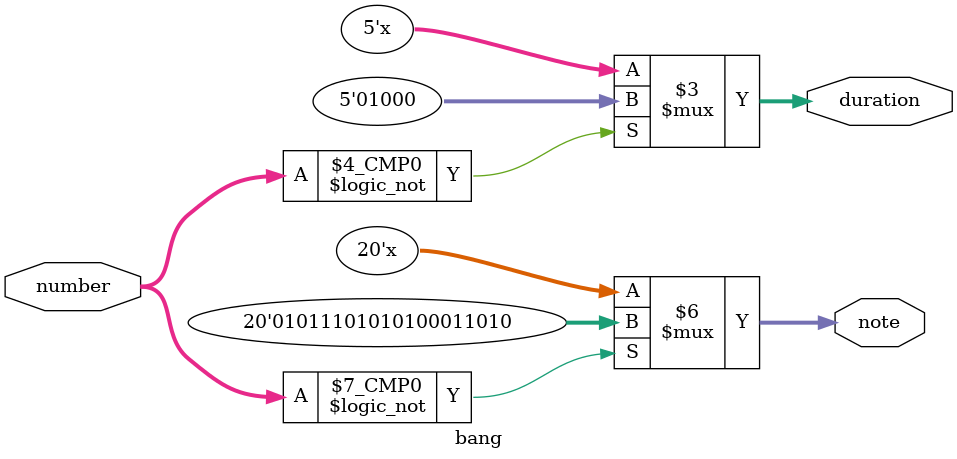
<source format=v>
`timescale 1ns / 1ps
module VGA_top(
    input wire clk, reset, reset_clk,
    input wire [2:0] btn,
    output wire hsync, vsync,
    output wire [11:0] rgb,
    output audioOut,
    output aud_sd
    );

   // signal declaration
   wire [9:0] pixel_x, pixel_y;
   wire video_on, pixel_tick;
   reg [11:0] rgb_reg;
   wire [11:0] rgb_next;
   // body
   // instantiate vga sync circuit
   wire clk_50m;
   wire clk1;
   wire playSound;
   clk_50m_generator myclk(clk, reset_clk, clk_50m);

   clk1_gen clock1 (clk, reset, clk1);

   //audio things
   SongPlayer song (clk, playSound, audioOut, aud_sd);
   
   vga_sync vsync_unit //determine where pixel x and y are at
      (.clk(clk_50m), .reset(reset), .hsync(hsync), .vsync(vsync),
       .video_on(video_on), .p_tick(pixel_tick),
       .pixel_x(pixel_x), .pixel_y(pixel_y));
   // instantiate graphic generator
   pong_graph_animate pong_graph_an_unit //determines where you put the color
      (.clk(clk), .reset(reset), .btn(btn), .video_on(video_on), .pix_x(pixel_x), .pix_y(pixel_y),
       .graph_rgb(rgb_next), .clk1(clk1), .playSound(playSound));
   // rgb buffer
   always @(posedge clk_50m)
      if (pixel_tick)
        begin
         rgb_reg <= rgb_next;
        end
   // output
  assign rgb = rgb_reg;
endmodule
 
module clk_50m_generator(clk, reset_clk, clk_50m);
    input wire clk, reset_clk;
    output wire clk_50m;
    reg [1:0] counter; 
    reg clk_reg;
    wire clk_next;
    
    always @(posedge clk, posedge reset_clk)
          if (reset_clk)
             begin
                clk_reg <= 1'b0;
             end
          else
             begin
                clk_reg <= clk_next;
             end
    
       assign clk_next = ~clk_reg;
       assign clk_50m = clk_reg;
endmodule

module clk1_gen(clk, reset, clk1);
   input wire clk;
   input wire reset;
   output reg clk1;

   reg [26:0] counter1;

   always @(posedge clk) begin
      if (reset) begin
         counter1 <= 0;
         clk1 <= 0;
      end else begin
         if (counter1 == 49999999) begin
            clk1 <= ~clk1;
            counter1 <= 0;
         end else begin
            counter1 <= counter1 + 1;
         end
      end
   end
endmodule

module pong_graph_animate
(
    input clk, reset, clk1,
    input wire video_on,
    input wire [2:0] btn,
    input wire [9:0] pix_x, pix_y,
    output reg [11:0] graph_rgb,
    output reg playSound
);

// X,Y coordinates (0,0) to (639, 479)
localparam MAX_X = 640;
localparam MAX_Y = 480;
wire refr_tick;


//----------------------------------------------------------------
// End Line for Enemy Spaceships
//----------------------------------------------------------------
localparam WALL_Y_T = 428;
localparam WALL_Y_B = 430;


//----------------------------------------------------------------
// Main Space Ship
//----------------------------------------------------------------

localparam space_y_t = 440;
localparam space_y_b = 470;

wire [9:0] space_x_l, space_x_r;
localparam space_x_size = 30;

reg [9:0] space_x_reg, space_x_next;

localparam space_v = 2;



//----------------------------------------------------------------
// Bullet
//----------------------------------------------------------------
localparam BALL_SIZE = 6;

// ball top, bottom boundary
wire [9:0] ball_y_t, ball_y_b;

//ball left, right boundary
wire [9:0] ball_x_l, ball_x_r;

//reg to track left, top position
reg[9:0] ball_y_reg, ball_x_reg;
reg[9:0] ball_y_next, ball_x_next;

//reg to track ball speed
reg [9:0] y_delta_reg, y_delta_next;

reg [1:0] ball_active;



//----------------------------------------------------------------
// Enemy Targets 1
//----------------------------------------------------------------
wire [9:0] e1_t, e2_t, e3_t, e4_t, e5_t, e6_t, e7_t, e8_t, e9_t, e10_t, e11_t, e12_t, e13_t ,e14_t, e15_t,
           e1_b, e2_b, e3_b, e4_b, e5_b, e6_b, e7_b, e8_b, e9_b, e10_b, e11_b, e12_b, e13_b ,e14_b, e15_b;

localparam e1_l = 101;
localparam e2_l = 207;
localparam e3_l = 313;
localparam e4_l = 419;
localparam e5_l = 525;
localparam e6_l = 101;
localparam e7_l = 207;
localparam e8_l = 313;
localparam e9_l = 419;
localparam e10_l = 525;
localparam e11_l = 101;
localparam e12_l = 207;
localparam e13_l = 313;
localparam e14_l = 419;
localparam e15_l = 525;

localparam e1_r = 111;
localparam e2_r = 217;
localparam e3_r = 323;
localparam e4_r = 429;
localparam e5_r = 535;
localparam e6_r = 111;
localparam e7_r = 217;
localparam e8_r = 323;
localparam e9_r = 429;
localparam e10_r = 535;
localparam e11_r = 111;
localparam e12_r = 217;
localparam e13_r = 323;
localparam e14_r = 429;
localparam e15_r = 535;

localparam e_size = 10;

//boundaries for each row as X position is stationary
reg [9:0] e1_y_reg, e1_y_next, 
          e2_y_reg, e2_y_next, 
          e3_y_reg, e3_y_next,
          e4_y_reg, e4_y_next, 
          e5_y_reg, e5_y_next, 
          e6_y_reg, e6_y_next,
          e7_y_reg, e7_y_next, 
          e8_y_reg, e8_y_next, 
          e9_y_reg, e9_y_next,
          e10_y_reg, e10_y_next, 
          e11_y_reg, e11_y_next, 
          e12_y_reg, e12_y_next,
          e13_y_reg, e13_y_next, 
          e14_y_reg, e14_y_next, 
          e15_y_reg, e15_y_next;

localparam e_v = 2;

reg [1:0] e1_destroy,
          e2_destroy,
          e3_destroy,
          e4_destroy,
          e5_destroy,
          e6_destroy,
          e7_destroy,
          e8_destroy,
          e9_destroy,
          e10_destroy,
          e11_destroy,
          e12_destroy,
          e13_destroy,
          e14_destroy,
          e15_destroy;



//----------------------------------------------------------------
// object output signals
//----------------------------------------------------------------
wire wall_on, space_on, sq_ball_on;
wire e1_on, e2_on, e3_on, e4_on, e5_on, e6_on, e7_on, e8_on, e9_on, e10_on, e11_on, e12_on, e13_on ,e14_on, e15_on;
wire [11:0] wall_rgb, space_rgb, ball_rgb, e1_rgb, e2_rgb, e3_rgb;


//----------------------------------------------------------------
// Body
//----------------------------------------------------------------
//register
always @(posedge clk, posedge reset)
        if (reset) begin
            space_x_reg <= 0;
            ball_x_reg <= 10'b1100;
            ball_y_reg <= 10'b0110110010;
            y_delta_reg <= 10'h005;
            ball_active <= 0;
        end
        else
            begin
                space_x_reg <= space_x_next;
                ball_x_reg <= ball_x_next;
                ball_y_reg <= ball_y_next;
                y_delta_reg <= 10'h005;
            end

//register for enemy on different time
always @(posedge clk1, posedge reset)
         if (reset) begin
            e1_y_reg <= 10'b10101010;
            e2_y_reg <= 10'b10101010;
            e3_y_reg <= 10'b10101010;
            e4_y_reg <= 10'b10101010;
            e5_y_reg <= 10'b10101010;
            e6_y_reg <= 10'b1101110;
            e7_y_reg <= 10'b1101110;
            e8_y_reg <= 10'b1101110;
            e9_y_reg <= 10'b1101110;
            e10_y_reg <= 10'b1101110;
            e11_y_reg <= 10'b110010;
            e12_y_reg <= 10'b110010;
            e13_y_reg <= 10'b110010;
            e14_y_reg <= 10'b110010;
            e15_y_reg <= 10'b110010;
            e1_destroy = 0;
            e2_destroy = 0;
            e3_destroy = 0;
            e4_destroy = 0;
            e5_destroy = 0;
            e6_destroy = 0;
            e7_destroy = 0;
            e8_destroy = 0;
            e9_destroy = 0;
            e10_destroy = 0;
            e11_destroy = 0;
            e12_destroy = 0;
            e13_destroy = 0;
            e14_destroy = 0;
            e15_destroy = 0;
         end
         else if (e1_destroy != 1 &&
                  e2_destroy != 1 &&
                  e3_destroy != 1 &&
                  e4_destroy != 1 &&
                  e5_destroy != 1 &&
                  e6_destroy != 1 &&
                  e7_destroy != 1 &&
                  e8_destroy != 1 &&
                  e9_destroy != 1 &&
                  e10_destroy != 1 &&
                  e11_destroy != 1 &&
                  e12_destroy != 1 &&
                  e13_destroy != 1 &&
                  e14_destroy != 1 &&
                  e15_destroy != 1 )
            begin
                e1_y_reg <= e1_y_next + 10'b1;
                e2_y_reg <= e2_y_next + 10'b1;
                e3_y_reg <= e3_y_next + 10'b1;
                e4_y_reg <= e4_y_next + 10'b1;
                e5_y_reg <= e5_y_next + 10'b1;
                e6_y_reg <= e6_y_next + 10'b1;
                e7_y_reg <= e7_y_next + 10'b1;
                e8_y_reg <= e8_y_next + 10'b1;
                e9_y_reg <= e9_y_next + 10'b1;
                e10_y_reg <= e10_y_next + 10'b1;
                e11_y_reg <= e11_y_next + 10'b1;
                e12_y_reg <= e12_y_next + 10'b1;
                e13_y_reg <= e13_y_next + 10'b1;
                e14_y_reg <= e14_y_next + 10'b1;
                e15_y_reg <= e15_y_next + 10'b1;
            end
            else if (e1_destroy <= 1  &&                 
                  e2_destroy != 1 &&
                  e3_destroy != 1 &&
                  e4_destroy != 1 &&
                  e5_destroy != 1 &&
                  e6_destroy != 1 &&
                  e7_destroy != 1 &&
                  e8_destroy != 1 &&
                  e9_destroy != 1 &&
                  e10_destroy != 1 &&
                  e11_destroy != 1 &&
                  e12_destroy != 1 &&
                  e13_destroy != 1 &&
                  e14_destroy != 1 &&
                  e15_destroy != 1 )begin
                e1_y_reg <= e1_y_next + 10'b11111;
                e2_y_reg <= e2_y_next + 10'b1;
                e3_y_reg <= e3_y_next + 10'b1;
                e4_y_reg <= e4_y_next + 10'b1;
                e5_y_reg <= e5_y_next + 10'b1;
                e6_y_reg <= e6_y_next + 10'b1;
                e7_y_reg <= e7_y_next + 10'b1;
                e8_y_reg <= e8_y_next + 10'b1;
                e9_y_reg <= e9_y_next + 10'b1;
                e10_y_reg <= e10_y_next + 10'b1;
                e11_y_reg <= e11_y_next + 10'b1;
                e12_y_reg <= e12_y_next + 10'b1;
                e13_y_reg <= e13_y_next + 10'b1;
                e14_y_reg <= e14_y_next + 10'b1;
                e15_y_reg <= e15_y_next + 10'b1;
                end
             else if (e2_destroy <= 1 &&                 
                  e1_destroy != 1 &&
                  e3_destroy != 1 &&
                  e4_destroy != 1 &&
                  e5_destroy != 1 &&
                  e6_destroy != 1 &&
                  e7_destroy != 1 &&
                  e8_destroy != 1 &&
                  e9_destroy != 1 &&
                  e10_destroy != 1 &&
                  e11_destroy != 1 &&
                  e12_destroy != 1 &&
                  e13_destroy != 1 &&
                  e14_destroy != 1 &&
                  e15_destroy != 1 )begin
                e1_y_reg <= e1_y_next + 10'b1;
                e2_y_reg <= e2_y_next + 10'b11111;
                e3_y_reg <= e3_y_next + 10'b1;
                e4_y_reg <= e4_y_next + 10'b1;
                e5_y_reg <= e5_y_next + 10'b1;
                e6_y_reg <= e6_y_next + 10'b1;
                e7_y_reg <= e7_y_next + 10'b1;
                e8_y_reg <= e8_y_next + 10'b1;
                e9_y_reg <= e9_y_next + 10'b1;
                e10_y_reg <= e10_y_next + 10'b1;
                e11_y_reg <= e11_y_next + 10'b1;
                e12_y_reg <= e12_y_next + 10'b1;
                e13_y_reg <= e13_y_next + 10'b1;
                e14_y_reg <= e14_y_next + 10'b1;
                e15_y_reg <= e15_y_next + 10'b1;
                end
              else if (e3_destroy <= 1&&                 
                  e2_destroy != 1 &&
                  e1_destroy != 1 &&
                  e4_destroy != 1 &&
                  e5_destroy != 1 &&
                  e6_destroy != 1 &&
                  e7_destroy != 1 &&
                  e8_destroy != 1 &&
                  e9_destroy != 1 &&
                  e10_destroy != 1 &&
                  e11_destroy != 1 &&
                  e12_destroy != 1 &&
                  e13_destroy != 1 &&
                  e14_destroy != 1 &&
                  e15_destroy != 1 )begin
                e1_y_reg <= e1_y_next + 10'b1;
                e2_y_reg <= e2_y_next + 10'b1;
                e3_y_reg <= e3_y_next + 10'b11111;
                e4_y_reg <= e4_y_next + 10'b1;
                e5_y_reg <= e5_y_next + 10'b1;
                e6_y_reg <= e6_y_next + 10'b1;
                e7_y_reg <= e7_y_next + 10'b1;
                e8_y_reg <= e8_y_next + 10'b1;
                e9_y_reg <= e9_y_next + 10'b1;
                e10_y_reg <= e10_y_next + 10'b1;
                e11_y_reg <= e11_y_next + 10'b1;
                e12_y_reg <= e12_y_next + 10'b1;
                e13_y_reg <= e13_y_next + 10'b1;
                e14_y_reg <= e14_y_next + 10'b1;
                e15_y_reg <= e15_y_next + 10'b1;
                end
              else if (e4_destroy <= 1&&                 
                  e2_destroy != 1 &&
                  e3_destroy != 1 &&
                  e1_destroy != 1 &&
                  e5_destroy != 1 &&
                  e6_destroy != 1 &&
                  e7_destroy != 1 &&
                  e8_destroy != 1 &&
                  e9_destroy != 1 &&
                  e10_destroy != 1 &&
                  e11_destroy != 1 &&
                  e12_destroy != 1 &&
                  e13_destroy != 1 &&
                  e14_destroy != 1 &&
                  e15_destroy != 1 )begin
                e1_y_reg <= e1_y_next + 10'b1;
                e2_y_reg <= e2_y_next + 10'b1;
                e3_y_reg <= e3_y_next + 10'b1;
                e4_y_reg <= e4_y_next + 10'b11111;
                e5_y_reg <= e5_y_next + 10'b1;
                e6_y_reg <= e6_y_next + 10'b1;
                e7_y_reg <= e7_y_next + 10'b1;
                e8_y_reg <= e8_y_next + 10'b1;
                e9_y_reg <= e9_y_next + 10'b1;
                e10_y_reg <= e10_y_next + 10'b1;
                e11_y_reg <= e11_y_next + 10'b1;
                e12_y_reg <= e12_y_next + 10'b1;
                e13_y_reg <= e13_y_next + 10'b1;
                e14_y_reg <= e14_y_next + 10'b1;
                e15_y_reg <= e15_y_next + 10'b1;
                end
             else if (e5_destroy <= 1&&                 
                  e2_destroy != 1 &&
                  e3_destroy != 1 &&
                  e4_destroy != 1 &&
                  e1_destroy != 1 &&
                  e6_destroy != 1 &&
                  e7_destroy != 1 &&
                  e8_destroy != 1 &&
                  e9_destroy != 1 &&
                  e10_destroy != 1 &&
                  e11_destroy != 1 &&
                  e12_destroy != 1 &&
                  e13_destroy != 1 &&
                  e14_destroy != 1 &&
                  e15_destroy != 1 )begin
                e1_y_reg <= e1_y_next + 10'b1;
                e2_y_reg <= e2_y_next + 10'b1;
                e3_y_reg <= e3_y_next + 10'b1;
                e4_y_reg <= e4_y_next + 10'b1;
                e5_y_reg <= e5_y_next + 10'b11111;
                e6_y_reg <= e6_y_next + 10'b1;
                e7_y_reg <= e7_y_next + 10'b1;
                e8_y_reg <= e8_y_next + 10'b1;
                e9_y_reg <= e9_y_next + 10'b1;
                e10_y_reg <= e10_y_next + 10'b1;
                e11_y_reg <= e11_y_next + 10'b1;
                e12_y_reg <= e12_y_next + 10'b1;
                e13_y_reg <= e13_y_next + 10'b1;
                e14_y_reg <= e14_y_next + 10'b1;
                e15_y_reg <= e15_y_next + 10'b1;
                end
              else if (e6_destroy <= 1&&                 
                  e2_destroy != 1 &&
                  e3_destroy != 1 &&
                  e4_destroy != 1 &&
                  e5_destroy != 1 &&
                  e1_destroy != 1 &&
                  e7_destroy != 1 &&
                  e8_destroy != 1 &&
                  e9_destroy != 1 &&
                  e10_destroy != 1 &&
                  e11_destroy != 1 &&
                  e12_destroy != 1 &&
                  e13_destroy != 1 &&
                  e14_destroy != 1 &&
                  e15_destroy != 1 )begin
                e1_y_reg <= e1_y_next + 10'b1;
                e2_y_reg <= e2_y_next + 10'b1;
                e3_y_reg <= e3_y_next + 10'b1;
                e4_y_reg <= e4_y_next + 10'b1;
                e5_y_reg <= e5_y_next + 10'b1;
                e6_y_reg <= e6_y_next + 10'b11111;
                e7_y_reg <= e7_y_next + 10'b1;
                e8_y_reg <= e8_y_next + 10'b1;
                e9_y_reg <= e9_y_next + 10'b1;
                e10_y_reg <= e10_y_next + 10'b1;
                e11_y_reg <= e11_y_next + 10'b1;
                e12_y_reg <= e12_y_next + 10'b1;
                e13_y_reg <= e13_y_next + 10'b1;
                e14_y_reg <= e14_y_next + 10'b1;
                e15_y_reg <= e15_y_next + 10'b1;
                end
              else if (e7_destroy <= 1&&                 
                  e2_destroy != 1 &&
                  e3_destroy != 1 &&
                  e4_destroy != 1 &&
                  e5_destroy != 1 &&
                  e6_destroy != 1 &&
                  e1_destroy != 1 &&
                  e8_destroy != 1 &&
                  e9_destroy != 1 &&
                  e10_destroy != 1 &&
                  e11_destroy != 1 &&
                  e12_destroy != 1 &&
                  e13_destroy != 1 &&
                  e14_destroy != 1 &&
                  e15_destroy != 1 )begin
                e1_y_reg <= e1_y_next + 10'b1;
                e2_y_reg <= e2_y_next + 10'b1;
                e3_y_reg <= e3_y_next + 10'b1;
                e4_y_reg <= e4_y_next + 10'b1;
                e5_y_reg <= e5_y_next + 10'b1;
                e6_y_reg <= e6_y_next + 10'b1;
                e7_y_reg <= e7_y_next + 10'b11111;
                e8_y_reg <= e8_y_next + 10'b1;
                e9_y_reg <= e9_y_next + 10'b1;
                e10_y_reg <= e10_y_next + 10'b1;
                e11_y_reg <= e11_y_next + 10'b1;
                e12_y_reg <= e12_y_next + 10'b1;
                e13_y_reg <= e13_y_next + 10'b1;
                e14_y_reg <= e14_y_next + 10'b1;
                e15_y_reg <= e15_y_next + 10'b1;
                end
              else if (e8_destroy <= 1&&                 
                  e2_destroy != 1 &&
                  e3_destroy != 1 &&
                  e4_destroy != 1 &&
                  e5_destroy != 1 &&
                  e6_destroy != 1 &&
                  e7_destroy != 1 &&
                  e1_destroy != 1 &&
                  e9_destroy != 1 &&
                  e10_destroy != 1 &&
                  e11_destroy != 1 &&
                  e12_destroy != 1 &&
                  e13_destroy != 1 &&
                  e14_destroy != 1 &&
                  e15_destroy != 1 )begin
                e1_y_reg <= e1_y_next + 10'b1;
                e2_y_reg <= e2_y_next + 10'b1;
                e3_y_reg <= e3_y_next + 10'b1;
                e4_y_reg <= e4_y_next + 10'b1;
                e5_y_reg <= e5_y_next + 10'b1;
                e6_y_reg <= e6_y_next + 10'b1;
                e7_y_reg <= e7_y_next + 10'b1;
                e8_y_reg <= e8_y_next + 10'b11111;
                e9_y_reg <= e9_y_next + 10'b1;
                e10_y_reg <= e10_y_next + 10'b1;
                e11_y_reg <= e11_y_next + 10'b1;
                e12_y_reg <= e12_y_next + 10'b1;
                e13_y_reg <= e13_y_next + 10'b1;
                e14_y_reg <= e14_y_next + 10'b1;
                e15_y_reg <= e15_y_next + 10'b1;
                end
             else if (e9_destroy <= 1&&                 
                  e2_destroy != 1 &&
                  e3_destroy != 1 &&
                  e4_destroy != 1 &&
                  e5_destroy != 1 &&
                  e6_destroy != 1 &&
                  e7_destroy != 1 &&
                  e8_destroy != 1 &&
                  e1_destroy != 1 &&
                  e10_destroy != 1 &&
                  e11_destroy != 1 &&
                  e12_destroy != 1 &&
                  e13_destroy != 1 &&
                  e14_destroy != 1 &&
                  e15_destroy != 1 )begin
                e1_y_reg <= e1_y_next + 10'b1;
                e2_y_reg <= e2_y_next + 10'b1;
                e3_y_reg <= e3_y_next + 10'b1;
                e4_y_reg <= e4_y_next + 10'b1;
                e5_y_reg <= e5_y_next + 10'b1;
                e6_y_reg <= e6_y_next + 10'b1;
                e7_y_reg <= e7_y_next + 10'b1;
                e8_y_reg <= e8_y_next + 10'b1;
                e9_y_reg <= e9_y_next + 10'b11111;
                e10_y_reg <= e10_y_next + 10'b1;
                e11_y_reg <= e11_y_next + 10'b1;
                e12_y_reg <= e12_y_next + 10'b1;
                e13_y_reg <= e13_y_next + 10'b1;
                e14_y_reg <= e14_y_next + 10'b1;
                e15_y_reg <= e15_y_next + 10'b1;
                end
              else if (e10_destroy <= 1&&                 
                  e2_destroy != 1 &&
                  e3_destroy != 1 &&
                  e4_destroy != 1 &&
                  e5_destroy != 1 &&
                  e6_destroy != 1 &&
                  e7_destroy != 1 &&
                  e8_destroy != 1 &&
                  e9_destroy != 1 &&
                  e1_destroy != 1 &&
                  e11_destroy != 1 &&
                  e12_destroy != 1 &&
                  e13_destroy != 1 &&
                  e14_destroy != 1 &&
                  e15_destroy != 1 )begin
                e1_y_reg <= e1_y_next + 10'b1;
                e2_y_reg <= e2_y_next + 10'b1;
                e3_y_reg <= e3_y_next + 10'b1;
                e4_y_reg <= e4_y_next + 10'b1;
                e5_y_reg <= e5_y_next + 10'b1;
                e6_y_reg <= e6_y_next + 10'b1;
                e7_y_reg <= e7_y_next + 10'b1;
                e8_y_reg <= e8_y_next + 10'b1;
                e9_y_reg <= e9_y_next + 10'b1;
                e10_y_reg <= e10_y_next + 10'b11111;
                e11_y_reg <= e11_y_next + 10'b1;
                e12_y_reg <= e12_y_next + 10'b1;
                e13_y_reg <= e13_y_next + 10'b1;
                e14_y_reg <= e14_y_next + 10'b1;
                e15_y_reg <= e15_y_next + 10'b1;
                end
              else if (e11_destroy <= 1&&                 
                  e2_destroy != 1 &&
                  e3_destroy != 1 &&
                  e4_destroy != 1 &&
                  e5_destroy != 1 &&
                  e6_destroy != 1 &&
                  e7_destroy != 1 &&
                  e8_destroy != 1 &&
                  e9_destroy != 1 &&
                  e10_destroy != 1 &&
                  e1_destroy != 1 &&
                  e12_destroy != 1 &&
                  e13_destroy != 1 &&
                  e14_destroy != 1 &&
                  e15_destroy != 1 )begin
                e1_y_reg <= e1_y_next + 10'b1;
                e2_y_reg <= e2_y_next + 10'b1;
                e3_y_reg <= e3_y_next + 10'b1;
                e4_y_reg <= e4_y_next + 10'b1;
                e5_y_reg <= e5_y_next + 10'b1;
                e6_y_reg <= e6_y_next + 10'b1;
                e7_y_reg <= e7_y_next + 10'b1;
                e8_y_reg <= e8_y_next + 10'b1;
                e9_y_reg <= e9_y_next + 10'b1;
                e10_y_reg <= e10_y_next + 10'b1;
                e11_y_reg <= e11_y_next + 10'b11111;
                e12_y_reg <= e12_y_next + 10'b1;
                e13_y_reg <= e13_y_next + 10'b1;
                e14_y_reg <= e14_y_next + 10'b1;
                e15_y_reg <= e15_y_next + 10'b1;
                end
              else if (e12_destroy <= 1&&                 
                  e2_destroy != 1 &&
                  e3_destroy != 1 &&
                  e4_destroy != 1 &&
                  e5_destroy != 1 &&
                  e6_destroy != 1 &&
                  e7_destroy != 1 &&
                  e8_destroy != 1 &&
                  e9_destroy != 1 &&
                  e10_destroy != 1 &&
                  e11_destroy != 1 &&
                  e1_destroy != 1 &&
                  e13_destroy != 1 &&
                  e14_destroy != 1 &&
                  e15_destroy != 1 )begin
                e1_y_reg <= e1_y_next + 10'b1;
                e2_y_reg <= e2_y_next + 10'b1;
                e3_y_reg <= e3_y_next + 10'b1;
                e4_y_reg <= e4_y_next + 10'b1;
                e5_y_reg <= e5_y_next + 10'b1;
                e6_y_reg <= e6_y_next + 10'b1;
                e7_y_reg <= e7_y_next + 10'b1;
                e8_y_reg <= e8_y_next + 10'b1;
                e9_y_reg <= e9_y_next + 10'b1;
                e10_y_reg <= e10_y_next + 10'b1;
                e11_y_reg <= e11_y_next + 10'b1;
                e12_y_reg <= e12_y_next + 10'b11111;
                e13_y_reg <= e13_y_next + 10'b1;
                e14_y_reg <= e14_y_next + 10'b1;
                e15_y_reg <= e15_y_next + 10'b1;
                end
              else if (e13_destroy <= 1&&                 
                  e2_destroy != 1 &&
                  e3_destroy != 1 &&
                  e4_destroy != 1 &&
                  e5_destroy != 1 &&
                  e6_destroy != 1 &&
                  e7_destroy != 1 &&
                  e8_destroy != 1 &&
                  e9_destroy != 1 &&
                  e10_destroy != 1 &&
                  e11_destroy != 1 &&
                  e12_destroy != 1 &&
                  e1_destroy != 1 &&
                  e14_destroy != 1 &&
                  e15_destroy != 1 )begin
                e1_y_reg <= e1_y_next + 10'b1;
                e2_y_reg <= e2_y_next + 10'b1;
                e3_y_reg <= e3_y_next + 10'b1;
                e4_y_reg <= e4_y_next + 10'b1;
                e5_y_reg <= e5_y_next + 10'b1;
                e6_y_reg <= e6_y_next + 10'b1;
                e7_y_reg <= e7_y_next + 10'b1;
                e8_y_reg <= e8_y_next + 10'b1;
                e9_y_reg <= e9_y_next + 10'b1;
                e10_y_reg <= e10_y_next + 10'b1;
                e11_y_reg <= e11_y_next + 10'b1;
                e12_y_reg <= e12_y_next + 10'b1;
                e13_y_reg <= e13_y_next + 10'b11111;
                e14_y_reg <= e14_y_next + 10'b1;
                e15_y_reg <= e15_y_next + 10'b1;
                end
             else if (e14_destroy <= 1&&                 
                  e2_destroy != 1 &&
                  e3_destroy != 1 &&
                  e4_destroy != 1 &&
                  e5_destroy != 1 &&
                  e6_destroy != 1 &&
                  e7_destroy != 1 &&
                  e8_destroy != 1 &&
                  e9_destroy != 1 &&
                  e10_destroy != 1 &&
                  e11_destroy != 1 &&
                  e12_destroy != 1 &&
                  e13_destroy != 1 &&
                  e1_destroy != 1 &&
                  e15_destroy != 1 )begin
                e1_y_reg <= e1_y_next + 10'b1;
                e2_y_reg <= e2_y_next + 10'b1;
                e3_y_reg <= e3_y_next + 10'b1;
                e4_y_reg <= e4_y_next + 10'b1;
                e5_y_reg <= e5_y_next + 10'b1;
                e6_y_reg <= e6_y_next + 10'b1;
                e7_y_reg <= e7_y_next + 10'b1;
                e8_y_reg <= e8_y_next + 10'b1;
                e9_y_reg <= e9_y_next + 10'b1;
                e10_y_reg <= e10_y_next + 10'b1;
                e11_y_reg <= e11_y_next + 10'b1;
                e12_y_reg <= e12_y_next + 10'b1;
                e13_y_reg <= e13_y_next + 10'b1;
                e14_y_reg <= e14_y_next + 10'b11111;
                e15_y_reg <= e15_y_next + 10'b1;
                end
              else if (e15_destroy <= 1&&                 
                  e2_destroy != 1 &&
                  e3_destroy != 1 &&
                  e4_destroy != 1 &&
                  e5_destroy != 1 &&
                  e6_destroy != 1 &&
                  e7_destroy != 1 &&
                  e8_destroy != 1 &&
                  e9_destroy != 1 &&
                  e10_destroy != 1 &&
                  e11_destroy != 1 &&
                  e12_destroy != 1 &&
                  e13_destroy != 1 &&
                  e14_destroy != 1 &&
                  e1_destroy != 1 )begin
                e1_y_reg <= e1_y_next + 10'b1;
                e2_y_reg <= e2_y_next + 10'b1;
                e3_y_reg <= e3_y_next + 10'b1;
                e4_y_reg <= e4_y_next + 10'b1;
                e5_y_reg <= e5_y_next + 10'b1;
                e6_y_reg <= e6_y_next + 10'b1;
                e7_y_reg <= e7_y_next + 10'b1;
                e8_y_reg <= e8_y_next + 10'b1;
                e9_y_reg <= e9_y_next + 10'b1;
                e10_y_reg <= e10_y_next + 10'b1;
                e11_y_reg <= e11_y_next + 10'b1;
                e12_y_reg <= e12_y_next + 10'b1;
                e13_y_reg <= e13_y_next + 10'b1;
                e14_y_reg <= e14_y_next + 10'b1;
                e15_y_reg <= e15_y_next + 10'b11111;
                end

//refr_tick: 1-clock tick asserted at the start of v-sync
//          i.e. when the screen is refreshed (60hz)
    assign refr_tick = (pix_x==481) && (pix_y==0);



//----------------------------------------------------------------
// Wall Finish line for enemy
//----------------------------------------------------------------
// pixel within wall
assign wall_on = (WALL_Y_T <= pix_y) && (pix_y <= WALL_Y_B);

//wall rgb output
assign wall_rgb = 12'b111100000000; // RED





//----------------------------------------------------------------
// space ship
//----------------------------------------------------------------
assign space_x_l = space_x_reg;
assign space_x_r = space_x_l + space_x_size - 1;
// pixel within space ship
assign space_on = (space_y_t <= pix_y) && (pix_y <= space_y_b) &&
                  (space_x_l <= pix_x) && (pix_x <= space_x_r);
// space rgb output
assign space_rgb = 12'b000011110000; //Green
// new spaceship x-position
always @*
begin
    space_x_next = space_x_reg;
    if (refr_tick)
        if(btn[1] & (space_x_r < (MAX_X -1 -space_v)))
            space_x_next = space_x_reg + space_v;   //move to right
        else if (btn[0] & (space_x_l > space_v))
            space_x_next = space_x_reg - space_v;   //move to left
end


//----------------------------------------------------------------
// Enemy 
//----------------------------------------------------------------
assign e1_t = e1_y_reg; assign e2_t = e2_y_reg; assign e3_t = e3_y_reg; assign e4_t = e4_y_reg; assign e5_t = e5_y_reg;
assign e6_t = e6_y_reg; assign e7_t = e7_y_reg; assign e8_t = e8_y_reg; assign e9_t = e9_y_reg; assign e10_t = e10_y_reg;
assign e11_t = e11_y_reg; assign e12_t = e12_y_reg; assign e13_t = e13_y_reg; assign e14_t = e14_y_reg; assign e15_t = e15_y_reg; 
assign e1_b = e1_t + e_size - 1; assign e2_b = e2_t + e_size - 1; assign e3_b = e3_t + e_size - 1; assign e4_b = e4_t + e_size - 1; assign e5_b = e5_t + e_size - 1;
assign e6_b = e6_t + e_size - 1; assign e7_b = e7_t + e_size - 1; assign e8_b = e8_t + e_size - 1; assign e9_b = e9_t + e_size - 1; assign e10_b = e10_t + e_size - 1;
assign e11_b = e11_t + e_size - 1; assign e12_b = e12_t + e_size - 1; assign e13_b = e13_t + e_size - 1; assign e14_b = e14_t + e_size - 1; assign e15_b = e15_t + e_size - 1;
// pixel within enemy
assign e1_on = (e1_t <= pix_y) && (pix_y <= e1_b) && (e1_l <= pix_x) && (pix_x <= e1_r);
assign e2_on = (e2_t <= pix_y) && (pix_y <= e2_b) && (e2_l <= pix_x) && (pix_x <= e2_r);
assign e3_on = (e3_t <= pix_y) && (pix_y <= e3_b) && (e3_l <= pix_x) && (pix_x <= e3_r);
assign e4_on = (e4_t <= pix_y) && (pix_y <= e4_b) && (e4_l <= pix_x) && (pix_x <= e4_r);
assign e5_on = (e5_t <= pix_y) && (pix_y <= e5_b) && (e5_l <= pix_x) && (pix_x <= e5_r);
assign e6_on = (e6_t <= pix_y) && (pix_y <= e6_b) && (e6_l <= pix_x) && (pix_x <= e6_r);
assign e7_on = (e7_t <= pix_y) && (pix_y <= e7_b) && (e7_l <= pix_x) && (pix_x <= e7_r);
assign e8_on = (e8_t <= pix_y) && (pix_y <= e8_b) && (e8_l <= pix_x) && (pix_x <= e8_r);
assign e9_on = (e9_t <= pix_y) && (pix_y <= e9_b) && (e9_l <= pix_x) && (pix_x <= e9_r);
assign e10_on = (e10_t <= pix_y) && (pix_y <= e10_b) && (e10_l <= pix_x) && (pix_x <= e10_r);
assign e11_on = (e11_t <= pix_y) && (pix_y <= e11_b) && (e11_l <= pix_x) && (pix_x <= e11_r);
assign e12_on = (e12_t <= pix_y) && (pix_y <= e12_b) && (e12_l <= pix_x) && (pix_x <= e12_r);
assign e13_on = (e13_t <= pix_y) && (pix_y <= e13_b) && (e13_l <= pix_x) && (pix_x <= e13_r);
assign e14_on = (e14_t <= pix_y) && (pix_y <= e14_b) && (e14_l <= pix_x) && (pix_x <= e14_r);
assign e15_on = (e15_t <= pix_y) && (pix_y <= e15_b) && (e15_l <= pix_x) && (pix_x <= e15_r);

assign e1_rgb = 12'b000000001111; // blue
assign e2_rgb = 12'b000011111111; // light blue
assign e3_rgb = 12'b100110011111; // light purple

// new enemy y-position
always @*
begin
    e1_y_next = e1_y_reg;
    e2_y_next = e2_y_reg;
    e3_y_next = e3_y_reg;
    e4_y_next = e4_y_reg;
    e5_y_next = e5_y_reg;
    e6_y_next = e6_y_reg;
    e7_y_next = e7_y_reg;
    e8_y_next = e8_y_reg;
    e9_y_next = e9_y_reg;
    e10_y_next = e10_y_reg;
    e11_y_next = e11_y_reg;
    e12_y_next = e12_y_reg;
    e13_y_next = e13_y_reg;
    e14_y_next = e14_y_reg;
    e15_y_next = e15_y_reg;
end




//----------------------------------------------------------------
// bullet
//----------------------------------------------------------------
assign ball_x_l = ball_x_reg;
assign ball_x_r = ball_x_l + BALL_SIZE - 1;
assign ball_y_t = ball_y_reg;
assign ball_y_b = ball_y_t + BALL_SIZE -1;
//pixel within bullet
assign sq_ball_on = (ball_y_t<=pix_y) && (pix_y<=ball_y_b) &&
                    (ball_x_l<=pix_x) && (pix_x<=ball_x_r);
// bullet rgb output
assign ball_rgb = 12'b000000000000; //black
// new bullet x-position
always @*
begin 
    ball_x_next = ball_x_reg;
    if (refr_tick)
        if(btn[1] & (space_x_r < (MAX_X -1 -space_v)))
            ball_x_next = ball_x_reg + space_v; //bullet move to right
        else if (btn[0] & (space_x_l > space_v))
            ball_x_next = ball_x_reg - space_v; //bullet move to left
end

// When button is pressed to fire bullet
always @*
begin
   ball_y_next = ball_y_reg;
   if (refr_tick)
      if (btn[2] && (ball_y_t > space_v) && 
      ((ball_y_t != e1_b) && (ball_x_l != e1_r) && (ball_x_r != e1_l)) &&
      ((ball_y_t != e2_b) && (ball_x_l != e2_r) && (ball_x_r != e2_l)) &&
      ((ball_y_t != e3_b) && (ball_x_l != e3_r) && (ball_x_r != e3_l)) &&
      ((ball_y_t != e4_b) && (ball_x_l != e4_r) && (ball_x_r != e4_l)) &&
      ((ball_y_t != e5_b) && (ball_x_l != e5_r) && (ball_x_r != e5_l)) &&
      ((ball_y_t != e6_b) && (ball_x_l != e6_r) && (ball_x_r != e6_l)) &&
      ((ball_y_t != e7_b) && (ball_x_l != e7_r) && (ball_x_r != e7_l)) &&
      ((ball_y_t != e8_b) && (ball_x_l != e8_r) && (ball_x_r != e8_l)) &&
      ((ball_y_t != e9_b) && (ball_x_l != e9_r) && (ball_x_r != e9_l)) &&
      ((ball_y_t != e10_b) && (ball_x_l != e10_r) && (ball_x_r != e10_l)) &&
      ((ball_y_t != e11_b) && (ball_x_l != e11_r) && (ball_x_r != e11_l)) &&
      ((ball_y_t != e12_b) && (ball_x_l != e12_r) && (ball_x_r != e12_l)) &&
      ((ball_y_t != e13_b) && (ball_x_l != e13_r) && (ball_x_r != e13_l)) &&
      ((ball_y_t != e14_b) && (ball_x_l != e14_r) && (ball_x_r != e14_l)) &&
      ((ball_y_t != e15_b) && (ball_x_l != e15_r) && (ball_x_r != e15_l)))
      begin
         ball_y_next = ball_y_reg - BALL_SIZE;
         playSound = 1;
      end
// if bullet is released early then reset to original position
      else if (ball_y_next > space_v) begin
         ball_y_next = space_y_t - BALL_SIZE;
         playSound = 0;
      end
// if bullet reaches the top reset to original location
      else if (ball_y_next <= space_v || 
               ((ball_y_next <= e1_b) && (ball_x_l <= e1_r) && (ball_x_r <= e1_l))|| 
               ((ball_y_next <= e2_b) && (ball_x_l <= e2_r) && (ball_x_r <= e2_l))|| 
               ((ball_y_next <= e3_b) && (ball_x_l <= e3_r) && (ball_x_r <= e3_l))|| 
               ((ball_y_next <= e4_b) && (ball_x_l <= e4_r) && (ball_x_r <= e4_l))||  
               ((ball_y_next <= e5_b) && (ball_x_l <= e5_r) && (ball_x_r <= e5_l))|| 
               ((ball_y_next <= e6_b) && (ball_x_l <= e6_r) && (ball_x_r <= e6_l))|| 
               ((ball_y_next <= e7_b) && (ball_x_l <= e7_r) && (ball_x_r <= e7_l))|| 
               ((ball_y_next <= e8_b) && (ball_x_l <= e8_r) && (ball_x_r <= e8_l))|| 
               ((ball_y_next <= e9_b) && (ball_x_l <= e9_r) && (ball_x_r <= e9_l))|| 
               ((ball_y_next <= e10_b) && (ball_x_l <= e10_r) && (ball_x_r <= e10_l))|| 
               ((ball_y_next <= e11_b) && (ball_x_l <= e11_r) && (ball_x_r <= e11_l))||  
               ((ball_y_next <= e12_b) && (ball_x_l <= e12_r) && (ball_x_r <= e12_l))||  
               ((ball_y_next <= e13_b) && (ball_x_l <= e13_r) && (ball_x_r <= e13_l))|| 
               ((ball_y_next <= e14_b) && (ball_x_l <= e14_r) && (ball_x_r <= e14_l))|| 
               ((ball_y_next <= e15_b) && (ball_x_l <= e15_r) && (ball_x_r <= e15_l))) 
               begin
         ball_y_next = space_y_t - BALL_SIZE;
         playSound = 0;
            if (ball_y_next <= e1_b)
               e1_destroy = 1;
            else if (ball_y_next <= e2_b)
               e2_destroy = 1;
            else if (ball_y_next <= e3_b)
               e3_destroy = 1;
            else if (ball_y_next <= e4_b)
               e4_destroy = 1;
            else if (ball_y_next <= e5_b)
               e5_destroy = 1;
            else if (ball_y_next <= e6_b)
               e6_destroy = 1;
            else if (ball_y_next <= e7_b)
               e7_destroy = 1;
            else if (ball_y_next <= e8_b)
               e8_destroy = 1;
            else if (ball_y_next <= e9_b)
               e9_destroy = 1;
            else if (ball_y_next <= e10_b)
               e10_destroy = 1;
            else if (ball_y_next <= e11_b)
               e11_destroy = 1;
            else if (ball_y_next <= e12_b)
               e12_destroy = 1;
            else if (ball_y_next <= e13_b)
               e13_destroy = 1;
            else if (ball_y_next <= e14_b)
               e14_destroy = 1;
            else if (ball_y_next <= e15_b)
               e15_destroy = 1;
      end
end


   //--------------------------------------------
   // rgb multiplexing circuit
   //--------------------------------------------
   always @*
      if (~video_on)
         graph_rgb = 12'b000000000000; // blank
      else
         if (wall_on)
            graph_rgb = wall_rgb;
         else if (space_on)
            graph_rgb = space_rgb;
         else if (sq_ball_on)
            graph_rgb = ball_rgb;
         else if (e1_on)
            graph_rgb = e1_rgb;
         else if (e2_on)
            graph_rgb = e1_rgb;
         else if (e3_on)
            graph_rgb = e1_rgb;
         else if (e4_on)
            graph_rgb = e1_rgb;
         else if (e5_on)
            graph_rgb = e1_rgb;
         else if (e6_on)
            graph_rgb = e2_rgb;
         else if (e7_on)
            graph_rgb = e2_rgb;
         else if (e8_on)
            graph_rgb = e2_rgb;
         else if (e9_on)
            graph_rgb = e2_rgb;
         else if (e10_on)         
            graph_rgb = e2_rgb;
         else if (e11_on)
            graph_rgb = e3_rgb;
         else if (e12_on)
            graph_rgb = e3_rgb;
         else if (e13_on)         
            graph_rgb = e3_rgb;
         else if (e14_on)
            graph_rgb = e3_rgb;
         else if (e15_on)         
            graph_rgb = e3_rgb;
         else
            graph_rgb = 12'b111111111111; // white background

endmodule

module vga_sync
   (
    input wire clk, reset,
    output wire hsync, vsync, video_on, p_tick,
    output wire [9:0] pixel_x, pixel_y
   );

   // constant declaration
   // VGA 640-by-480 sync parameters
   localparam HD = 640; // horizontal display area
   localparam HF = 48 ; // h. front (left) border
   localparam HB = 16 ; // h. back (right) border
   localparam HR = 96 ; // h. retrace
   localparam VD = 480; // vertical display area
   localparam VF = 10;  // v. front (top) border
   localparam VB = 29;  // v. back (bottom) border
   localparam VR = 2;   // v. retrace

   // mod-2 counter creates the pixel tick
   reg mod2_reg;
   wire mod2_next;
   // sync counters
   reg [9:0] h_count_reg, h_count_next;
   reg [9:0] v_count_reg, v_count_next;
   // output buffer
   reg v_sync_reg, h_sync_reg;
   wire v_sync_next, h_sync_next;
   // status signal
   wire h_end, v_end, pixel_tick;

   // body
   // registers
   always @(posedge clk, posedge reset)
      if (reset)
         begin
            mod2_reg <= 1'b0;
            v_count_reg <= 0;
            h_count_reg <= 0;
            v_sync_reg <= 1'b0;
            h_sync_reg <= 1'b0;
         end
      else
         begin
            mod2_reg <= mod2_next;
            v_count_reg <= v_count_next;
            h_count_reg <= h_count_next;
            v_sync_reg <= v_sync_next;
            h_sync_reg <= h_sync_next;
         end

   // mod-2 circuit to generate 25 MHz enable tick
   assign mod2_next = ~mod2_reg;
   assign pixel_tick = mod2_reg;

   // status signals
   // end of horizontal counter (799)
   assign h_end = (h_count_reg==(HD+HF+HB+HR-1));
   // end of vertical counter (524)
   assign v_end = (v_count_reg==(VD+VF+VB+VR-1));

   // next-state logic of mod-800 horizontal sync counter
   always @*
      if (pixel_tick)  // 25 MHz pulse
         if (h_end)
            h_count_next = 0;
         else
            h_count_next = h_count_reg + 1;
      else
         h_count_next = h_count_reg;

   // next-state logic of mod-525 vertical sync counter
   always @*
      if (pixel_tick & h_end)
         if (v_end)
            v_count_next = 0;
         else
            v_count_next = v_count_reg + 1;
      else
         v_count_next = v_count_reg;

   // horizontal and vertical sync, buffered to avoid glitch
   // h_sync_next asserted between 656 and 751
   assign h_sync_next = (h_count_reg>=(HD+HB) &&
                         h_count_reg<=(HD+HB+HR-1));
   // vh_sync_next asserted between 490 and 491
   assign v_sync_next = (v_count_reg>=(VD+VB) &&
                         v_count_reg<=(VD+VB+VR-1));

   // video on/off
   assign video_on = (h_count_reg<HD) && (v_count_reg<VD);

   // output
   assign hsync = h_sync_reg;
   assign vsync = v_sync_reg;
   assign pixel_x = h_count_reg;
   assign pixel_y = v_count_reg;
   assign p_tick = pixel_tick;
endmodule


// Song Player Module
module SongPlayer(input clk, input playSound, output reg audioOut, output wire aud_sd);
    reg [19:0] counter3;
    reg [31:0] time1, noteTime;
    reg [9:0] msec, number; // millisecond counter, and sequence number of musical note.
    wire [4:0] duration;
    wire [19:0] notePeriod;
    parameter clockFrequency = 100_000_000;

    assign aud_sd = 1'b1;
    bang mysong(number, notePeriod, duration);
    
    always @(posedge clk) begin
        if (~playSound) begin
            counter3 <= 0;
            time1 <= 0;
            number <= 0;
            audioOut <= 1;
        end else begin
            counter3 <= counter3 + 1;
            time1 <= time1 + 1;
            if (counter3 >= notePeriod) begin
                counter3 <= 0;
                audioOut <= ~audioOut; // toggle audio output
            end // toggle audio output
            if (time1 >= noteTime) begin
                time1 <= 0;
                number <= number + 1; // play next note
            end 
            if (number == 1) number <= 0; // Make the number reset at the end of the song
        end
    end

    always @(duration) noteTime = duration * clockFrequency / 8; // number of FPGA clock periods in one note.
endmodule

module bang( input [9:0] number, 
	output reg [19:0] note, 
	output reg [4:0] duration);
parameter   EIGHTH = 5'b00001; // Added in for quicker times
parameter   QUARTER = 5'b00010; 
parameter	HALF = 5'b00100;
parameter	ONE = 2* HALF;
parameter	TWO = 2* ONE;
parameter	FOUR = 2* TWO;
parameter   C3 = 382234,
            D3 = 340530,
            D3S = 321419,
            F3 = 286352,
            G3 = 255102,
            G3S  = 240790,
            A3 = 227273,
            A3S = 214519,
            B3 = 202478,
            
            C4 = 191111,
            C4S = 180388,
            D4 = 170265,
            D4S = 160705,
            E4 = 151685,
            F4 = 143172,
            F4S = 135139,
            G4S  = 120395,
            A4 = 113636,
            A4S = 107259,
            SP = 1;
// All of this was put in for messing with pitch
always @ (number) begin
case(number) //Mario Underground theme
0: begin note = C3; duration = ONE;
end
endcase
end
endmodule
</source>
